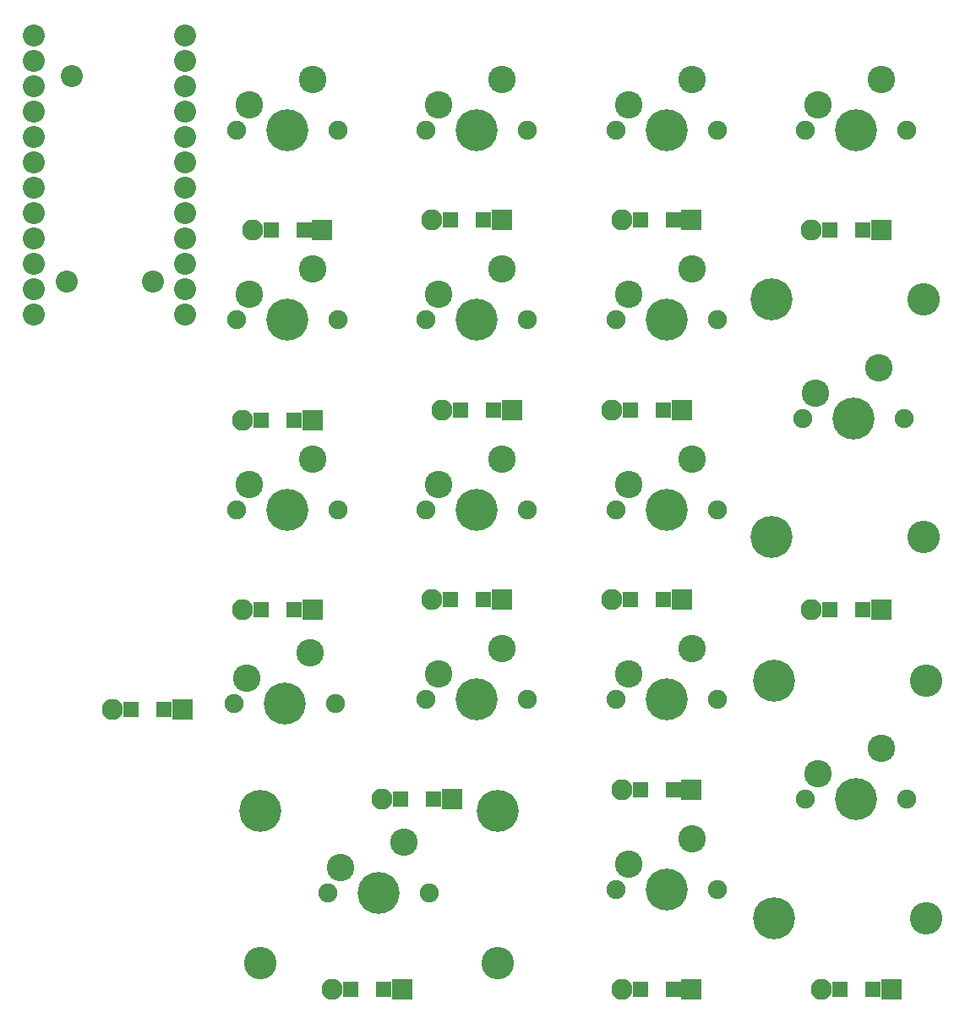
<source format=gbr>
G04 EAGLE Gerber RS-274X export*
G75*
%MOMM*%
%FSLAX34Y34*%
%LPD*%
%INSoldermask Bottom*%
%IPPOS*%
%AMOC8*
5,1,8,0,0,1.08239X$1,22.5*%
G01*
%ADD10C,2.203200*%
%ADD11R,2.103200X2.103200*%
%ADD12C,2.103200*%
%ADD13R,1.600200X1.600200*%
%ADD14C,4.203200*%
%ADD15C,1.903200*%
%ADD16C,2.743200*%
%ADD17C,3.253200*%


D10*
X36179Y755667D03*
X36179Y781067D03*
X36179Y806467D03*
X36179Y831867D03*
X36179Y857267D03*
X36179Y882667D03*
X36179Y908067D03*
X36179Y933467D03*
X36179Y958867D03*
X36179Y984267D03*
X36179Y1009667D03*
X36179Y1035067D03*
X187379Y755667D03*
X187379Y781067D03*
X187379Y806467D03*
X187379Y831867D03*
X187379Y857267D03*
X187379Y882667D03*
X187379Y908067D03*
X187379Y933467D03*
X187379Y958867D03*
X187379Y984267D03*
X187379Y1009667D03*
X187379Y1035067D03*
X74179Y994067D03*
X69199Y788667D03*
X155559Y788667D03*
D11*
X325000Y840000D03*
D12*
X255000Y840000D03*
D13*
X273490Y840000D03*
X306510Y840000D03*
D11*
X505000Y850000D03*
D12*
X435000Y850000D03*
D13*
X453490Y850000D03*
X486510Y850000D03*
D11*
X695000Y850000D03*
D12*
X625000Y850000D03*
D13*
X643490Y850000D03*
X676510Y850000D03*
D11*
X885000Y840000D03*
D12*
X815000Y840000D03*
D13*
X833490Y840000D03*
X866510Y840000D03*
D11*
X315000Y650000D03*
D12*
X245000Y650000D03*
D13*
X263490Y650000D03*
X296510Y650000D03*
D11*
X515000Y660000D03*
D12*
X445000Y660000D03*
D13*
X463490Y660000D03*
X496510Y660000D03*
D11*
X685000Y660000D03*
D12*
X615000Y660000D03*
D13*
X633490Y660000D03*
X666510Y660000D03*
D11*
X885000Y460000D03*
D12*
X815000Y460000D03*
D13*
X833490Y460000D03*
X866510Y460000D03*
D11*
X685000Y470000D03*
D12*
X615000Y470000D03*
D13*
X633490Y470000D03*
X666510Y470000D03*
D11*
X505000Y470000D03*
D12*
X435000Y470000D03*
D13*
X453490Y470000D03*
X486510Y470000D03*
D11*
X315000Y460000D03*
D12*
X245000Y460000D03*
D13*
X263490Y460000D03*
X296510Y460000D03*
D11*
X185000Y360000D03*
D12*
X115000Y360000D03*
D13*
X133490Y360000D03*
X166510Y360000D03*
D11*
X455000Y270000D03*
D12*
X385000Y270000D03*
D13*
X403490Y270000D03*
X436510Y270000D03*
D11*
X695000Y280000D03*
D12*
X625000Y280000D03*
D13*
X643490Y280000D03*
X676510Y280000D03*
D11*
X895000Y80000D03*
D12*
X825000Y80000D03*
D13*
X843490Y80000D03*
X876510Y80000D03*
D11*
X695000Y80000D03*
D12*
X625000Y80000D03*
D13*
X643490Y80000D03*
X676510Y80000D03*
D11*
X405000Y80000D03*
D12*
X335000Y80000D03*
D13*
X353490Y80000D03*
X386510Y80000D03*
D14*
X290000Y940000D03*
D15*
X239200Y940000D03*
X340800Y940000D03*
D16*
X251900Y965400D03*
X315400Y990800D03*
D14*
X480000Y940000D03*
D15*
X429200Y940000D03*
X530800Y940000D03*
D16*
X441900Y965400D03*
X505400Y990800D03*
D14*
X670000Y940000D03*
D15*
X619200Y940000D03*
X720800Y940000D03*
D16*
X631900Y965400D03*
X695400Y990800D03*
D14*
X860000Y940000D03*
D15*
X809200Y940000D03*
X910800Y940000D03*
D16*
X821900Y965400D03*
X885400Y990800D03*
D14*
X290000Y750000D03*
D15*
X239200Y750000D03*
X340800Y750000D03*
D16*
X251900Y775400D03*
X315400Y800800D03*
D14*
X480000Y750000D03*
D15*
X429200Y750000D03*
X530800Y750000D03*
D16*
X441900Y775400D03*
X505400Y800800D03*
D14*
X670000Y750000D03*
D15*
X619200Y750000D03*
X720800Y750000D03*
D16*
X631900Y775400D03*
X695400Y800800D03*
D14*
X670000Y560000D03*
D15*
X619200Y560000D03*
X720800Y560000D03*
D16*
X631900Y585400D03*
X695400Y610800D03*
D14*
X480000Y560000D03*
D15*
X429200Y560000D03*
X530800Y560000D03*
D16*
X441900Y585400D03*
X505400Y610800D03*
D14*
X290000Y560000D03*
D15*
X239200Y560000D03*
X340800Y560000D03*
D16*
X251900Y585400D03*
X315400Y610800D03*
D14*
X287758Y365964D03*
D15*
X236958Y365964D03*
X338558Y365964D03*
D16*
X249658Y391364D03*
X313158Y416764D03*
D14*
X480000Y370000D03*
D15*
X429200Y370000D03*
X530800Y370000D03*
D16*
X441900Y395400D03*
X505400Y420800D03*
D14*
X670000Y370000D03*
D15*
X619200Y370000D03*
X720800Y370000D03*
D16*
X631900Y395400D03*
X695400Y420800D03*
D14*
X670000Y180000D03*
D15*
X619200Y180000D03*
X720800Y180000D03*
D16*
X631900Y205400D03*
X695400Y230800D03*
D14*
X381489Y176303D03*
D15*
X330689Y176303D03*
X432289Y176303D03*
D17*
X262489Y106303D03*
X500489Y106303D03*
D14*
X262489Y258703D03*
X500489Y258703D03*
D16*
X343389Y201703D03*
X406889Y227103D03*
D14*
X857259Y651537D03*
D15*
X806459Y651537D03*
X908059Y651537D03*
D17*
X927259Y532537D03*
X927259Y770537D03*
D14*
X774859Y532537D03*
X774859Y770537D03*
D16*
X819159Y676937D03*
X882659Y702337D03*
D14*
X860000Y270000D03*
D15*
X809200Y270000D03*
X910800Y270000D03*
D17*
X930000Y151000D03*
X930000Y389000D03*
D14*
X777600Y151000D03*
X777600Y389000D03*
D16*
X821900Y295400D03*
X885400Y320800D03*
M02*

</source>
